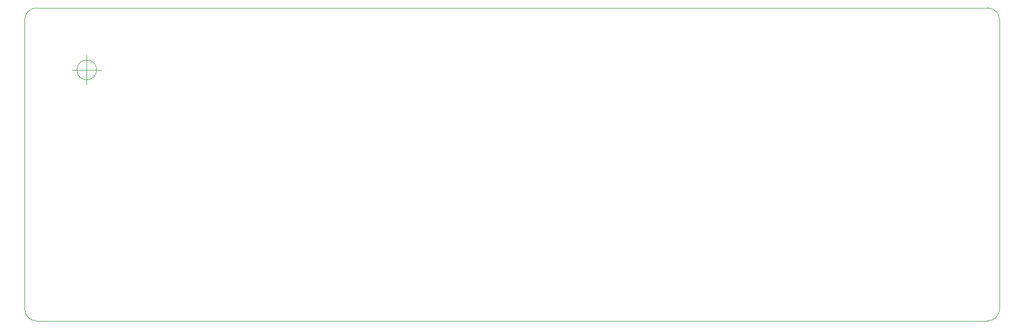
<source format=gm1>
G04 #@! TF.GenerationSoftware,KiCad,Pcbnew,(5.1.5)-3*
G04 #@! TF.CreationDate,2021-03-06T02:12:06+09:00*
G04 #@! TF.ProjectId,Kleine Gherkin,4b6c6569-6e65-4204-9768-65726b696e2e,rev?*
G04 #@! TF.SameCoordinates,Original*
G04 #@! TF.FileFunction,Profile,NP*
%FSLAX46Y46*%
G04 Gerber Fmt 4.6, Leading zero omitted, Abs format (unit mm)*
G04 Created by KiCad (PCBNEW (5.1.5)-3) date 2021-03-06 02:12:06*
%MOMM*%
%LPD*%
G04 APERTURE LIST*
%ADD10C,0.100000*%
G04 APERTURE END LIST*
D10*
X42666666Y-42000000D02*
G75*
G03X42666666Y-42000000I-1666666J0D01*
G01*
X38500000Y-42000000D02*
X43500000Y-42000000D01*
X41000000Y-39500000D02*
X41000000Y-44500000D01*
X32500000Y-84500000D02*
G75*
G02X30500000Y-82500000I0J2000000D01*
G01*
X30500000Y-33500000D02*
G75*
G02X32500000Y-31500000I2000000J0D01*
G01*
X193500000Y-31500000D02*
G75*
G02X195500000Y-33500000I0J-2000000D01*
G01*
X195500000Y-82500000D02*
G75*
G02X193500000Y-84500000I-2000000J0D01*
G01*
X193500000Y-84500000D02*
X32500000Y-84500000D01*
X195500000Y-33500000D02*
X195500000Y-82500000D01*
X30500000Y-33500000D02*
X30500000Y-82500000D01*
X193500000Y-31500000D02*
X32500000Y-31500000D01*
M02*

</source>
